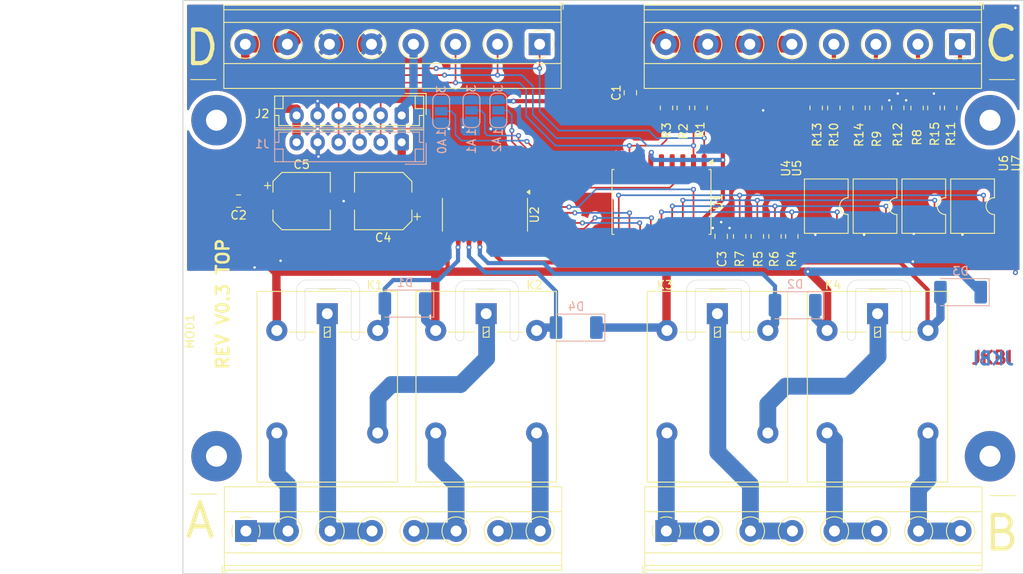
<source format=kicad_pcb>
(kicad_pcb (version 20241229) (generator "pcbnew") (generator_version "9.0")
  (title_block (title "Stairs LED contoller") (date "2024-08-18") (rev "${Revision}") (company "JKBI"))
  (layers (0 "F.Cu" signal) (2 "B.Cu" signal) (13 "F.Paste" user) (15 "B.Paste" user) (5 "F.SilkS" user "F.Silkscreen") (7 "B.SilkS" user "B.Silkscreen") (1 "F.Mask" user) (3 "B.Mask" user) (25 "Edge.Cuts" user))
  (property "Revision" "V0.3")
  (net 0 "")
  (net 1 "Net-(K1-Pad4)")
  (net 2 "GND")
  (net 3 "/nDOWN2")
  (net 4 "/L2")
  (net 5 "Net-(K3-Pad4)")
  (net 6 "/L1")
  (net 7 "/nDOWN1")
  (net 8 "/nUP2")
  (net 9 "/nUP1")
  (net 10 "VBUS")
  (net 11 "/L1-DOWN")
  (net 12 "/L1-UP")
  (net 13 "/L1-SW")
  (net 14 "/L2-DOWN")
  (net 15 "/L2-SW")
  (net 16 "/L2-UP")
  (net 19 "/DN1")
  (net 20 "/UP1")
  (net 21 "/DN2")
  (net 22 "/UP2")
  (net 25 "/SCL")
  (net 26 "/SDA")
  (net 27 "+3V3")
  (net 28 "/INT")
  (net 29 "/A0")
  (net 30 "/A1")
  (net 31 "/A2")
  (net 32 "/IN1_L")
  (net 33 "/IN2_L")
  (net 34 "/IN3_L")
  (net 35 "/IN4_L")
  (net 36 "/IN1_H")
  (net 37 "Net-(R8-Pad1)")
  (net 38 "Net-(R9-Pad1)")
  (net 39 "/IN2_H")
  (net 40 "Net-(R10-Pad1)")
  (net 41 "/IN4_H")
  (net 42 "Net-(R11-Pad1)")
  (net 43 "/IN3_H")
  (net 47 "Net-(R12-Pad1)")
  (net 48 "Net-(R13-Pad1)")
  (net 49 "Net-(R14-Pad1)")
  (net 50 "Net-(R15-Pad1)")
  (footprint "Resistor_SMD:R_0805_2012Metric" (layer "F.Cu") (at 169.5 91.2 90)
    (property "Reference" "R5")
    (property "Value" "4.7K")
  )
  (footprint "Resistor_SMD:R_0805_2012Metric" (layer "F.Cu") (at 183.6 75.9 90)
    (property "Reference" "R9")
    (property "Value" "2.2k")
  )
  (footprint "Resistor_SMD:R_0805_2012Metric" (layer "F.Cu") (at 160.7 75.9 -90)
    (property "Reference" "R2")
    (property "Value" "4.7K")
  )
  (footprint "Resistor_SMD:R_0805_2012Metric" (layer "F.Cu") (at 173.6 91.2 90)
    (property "Reference" "R4")
    (property "Value" "4.7K")
  )
  (footprint "Resistor_SMD:R_0805_2012Metric" (layer "F.Cu") (at 158.7 75.9 -90)
    (property "Reference" "R3")
    (property "Value" "4.7K")
  )
  (footprint "Package_DIP:SMDIP-4_W9.53mm" (layer "F.Cu") (at 177.7 87.6 -90)
    (property "Reference" "U4")
    (property "Value" "EL817")
  )
  (footprint "Package_DIP:SMDIP-4_W9.53mm" (layer "F.Cu") (at 183.5 87.6 -90)
    (property "Reference" "U5")
    (property "Value" "EL817")
  )
  (footprint "Relay_THT:Relay_SPDT_Omron-G5LE-1" (layer "F.Cu") (at 137.25 100.4)
    (property "Reference" "K2")
    (property "Value" "LEG-24")
  )
  (footprint "Resistor_SMD:R_0805_2012Metric" (layer "F.Cu") (at 181.6 75.9 90)
    (property "Reference" "R14")
    (property "Value" "2.2k")
  )
  (footprint "Package_SO:SOIC-16_3.9x9.9mm_P1.27mm" (layer "F.Cu") (at 137.105 88.625 -90)
    (property "Reference" "U2")
    (property "Value" "ULN2003A")
  )
  (footprint "Package_DIP:SMDIP-4_W9.53mm" (layer "F.Cu") (at 195.1 87.6 -90)
    (property "Reference" "U7")
    (property "Value" "EL817")
  )
  (footprint "Relay_THT:Relay_SPDT_Omron-G5LE-1" (layer "F.Cu") (at 183.8 100.4)
    (property "Reference" "K4")
    (property "Value" "LEG-24")
  )
  (footprint "Resistor_SMD:R_0805_2012Metric" (layer "F.Cu") (at 176.5 75.9 90)
    (property "Reference" "R13")
    (property "Value" "2.2k")
  )
  (footprint "Resistor_SMD:R_0805_2012Metric" (layer "F.Cu") (at 162.8 75.9 -90)
    (property "Reference" "R1")
    (property "Value" "4.7K")
  )
  (footprint "Resistor_SMD:R_0805_2012Metric" (layer "F.Cu") (at 178.6 75.9 90)
    (property "Reference" "R10")
    (property "Value" "2.2k")
  )
  (footprint "Package_DIP:SMDIP-4_W9.53mm" (layer "F.Cu") (at 189.3 87.6 -90)
    (property "Reference" "U6")
    (property "Value" "EL817")
  )
  (footprint "Resistor_SMD:R_0805_2012Metric" (layer "F.Cu") (at 186.2 75.8875 90)
    (property "Reference" "R12")
    (property "Value" "2.2k")
  )
  (footprint "Capacitor_SMD:C_0805_2012Metric" (layer "F.Cu") (at 154.4 74.1 90)
    (property "Reference" "C1")
    (property "Value" "100nF")
  )
  (footprint "Relay_THT:Relay_SPDT_Omron-G5LE-1" (layer "F.Cu") (at 118.35 100.4)
    (property "Reference" "K1")
    (property "Value" "LEG-24")
  )
  (footprint "Capacitor_SMD:CP_Elec_6.3x7.7" (layer "F.Cu") (at 125 87 180)
    (property "Reference" "C4")
    (property "Value" "100uF")
  )
  (footprint "Resistor_SMD:R_0805_2012Metric" (layer "F.Cu") (at 192.5 75.9 90)
    (property "Reference" "R11")
    (property "Value" "2.2k")
  )
  (footprint "kadex:ZD1006_narrow" (layer "F.Cu") (at 101.175 97.37)
    (property "Reference" "MOD1")
    (property "Value" "4x TerminalBlock_Phoenix_MKDS-1,5-8_1x08_P5.00mm + ZD1006")
    (fp_line (start 0 -34.25) (end 0 34) (stroke (width 0.12)) (layer "Edge.Cuts"))
    (fp_line (start 0 34) (end 100 34) (stroke (width 0.12)) (layer "Edge.Cuts"))
    (fp_line (start 100 -34.25) (end 0 -34.25) (stroke (width 0.12)) (layer "Edge.Cuts"))
    (fp_line (start 100 34) (end 100 -34.25) (stroke (width 0.12)) (layer "Edge.Cuts"))
  )
  (footprint "Resistor_SMD:R_0805_2012Metric" (layer "F.Cu") (at 188.5 75.9125 90)
    (property "Reference" "R8")
    (property "Value" "2.2k")
  )
  (footprint "Resistor_SMD:R_0805_2012Metric" (layer "F.Cu") (at 167.4 91.2 90)
    (property "Reference" "R7")
    (property "Value" "4.7K" (hide yes))
  )
  (footprint "Capacitor_SMD:C_0805_2012Metric" (layer "F.Cu") (at 107.8 87 180)
    (property "Reference" "C2")
    (property "Value" "100nF")
  )
  (footprint "Capacitor_SMD:CP_Elec_6.3x7.7" (layer "F.Cu") (at 115.3 87)
    (property "Reference" "C5")
    (property "Value" "100uF")
  )
  (footprint "Resistor_SMD:R_0805_2012Metric" (layer "F.Cu") (at 190.5 75.9 90)
    (property "Reference" "R15")
    (property "Value" "2.2k")
  )
  (footprint "Capacitor_SMD:C_0805_2012Metric" (layer "F.Cu") (at 165.2 91.2 90)
    (property "Reference" "C3")
    (property "Value" "100nF")
  )
  (footprint "Package_SO:SOIC-18W_7.5x11.6mm_P1.27mm" (layer "F.Cu") (at 158.1 87.1 -90)
    (property "Reference" "U1")
    (property "Value" "MCP23008-xP")
  )
  (footprint "Relay_THT:Relay_SPDT_Omron-G5LE-1" (layer "F.Cu") (at 164.75 100.4)
    (property "Reference" "K3")
    (property "Value" "LEG-24")
  )
  (footprint "Resistor_SMD:R_0805_2012Metric" (layer "F.Cu") (at 171.6 91.2 90)
    (property "Reference" "R6")
    (property "Value" "4.7K")
  )
  (footprint "Connector_JST:JST_EH_B6B-EH-A_1x06_P2.50mm_Vertical" (layer "F.Cu") (at 127.2 76.8 180)
    (property "Reference" "J2")
    (property "Value" "Conn_01x05_Pin")
  )
  (footprint "Jumper:SolderJumper-3_P1.3mm_Open_RoundedPad1.0x1.5mm_NumberLabels" (layer "B.Cu") (at 135.5 76.2 90)
    (property "Reference" "A1")
    (property "Value" "SolderJumper_3_Open")
  )
  (footprint "Diode_SMD:D_MELF" (layer "B.Cu") (at 127.6 99.2 180)
    (property "Reference" "D1")
    (property "Value" "SM4007")
  )
  (footprint "Jumper:SolderJumper-3_P1.3mm_Open_RoundedPad1.0x1.5mm_NumberLabels" (layer "B.Cu") (at 131.9 76.3 90)
    (property "Reference" "A0")
    (property "Value" "SolderJumper_3_Open")
  )
  (footprint "Diode_SMD:D_MELF" (layer "B.Cu") (at 193.675 97.84 180)
    (property "Reference" "D3")
    (property "Value" "SM4007")
  )
  (footprint "Diode_SMD:D_MELF" (layer "B.Cu") (at 147.955 102.055 180)
    (property "Reference" "D4")
    (property "Value" "SM4007")
  )
  (footprint "Connector_JST:JST_EH_B6B-EH-A_1x06_P2.50mm_Vertical" (layer "B.Cu") (at 127.2 80 180)
    (property "Reference" "J1")
    (property "Value" "Conn_01x05_Pin")
  )
  (footprint "Jumper:SolderJumper-3_P1.3mm_Open_RoundedPad1.0x1.5mm_NumberLabels" (layer "B.Cu") (at 138.7 76.2 90)
    (property "Reference" "A2")
    (property "Value" "SolderJumper_3_Open")
  )
  (footprint "Diode_SMD:D_MELF" (layer "B.Cu") (at 174 99.4 180)
    (property "Reference" "D2")
    (property "Value" "SM4007")
  )
  (gr_arc (start 139.9 96.448528) (mid 140.748518 96.800002) (end 141.1 97.648528) (stroke (width 0.05)) (layer "Edge.Cuts"))
  (gr_arc (start 167.4 96.4) (mid 168.248518 96.751474) (end 168.6 97.6) (stroke (width 0.05)) (layer "Edge.Cuts"))
  (gr_arc (start 168.6 103.1) (mid 168.1 103.6) (end 167.6 103.1) (stroke (width 0.05)) (layer "Edge.Cuts"))
  (gr_line (start 187.7 103.1) (end 187.7 97.6) (stroke (width 0.05)) (layer "Edge.Cuts"))
  (gr_line (start 161.1 103.1) (end 161.1 97.6) (stroke (width 0.05)) (layer "Edge.Cuts"))
  (gr_line (start 134.6 103.148528) (end 134.6 97.648528) (stroke (width 0.05)) (layer "Edge.Cuts"))
  (gr_arc (start 122.2 103.1) (mid 121.7 103.6) (end 121.2 103.1) (stroke (width 0.05)) (layer "Edge.Cuts"))
  (gr_line (start 122.2 103.1) (end 122.2 97.6) (stroke (width 0.05)) (layer "Edge.Cuts"))
  (gr_line (start 134.8 96.448528) (end 139.9 96.448528) (stroke (width 0.05)) (layer "Edge.Cuts"))
  (gr_line (start 162.3 97.4) (end 167.4 97.4) (stroke (width 0.05)) (layer "Edge.Cuts"))
  (gr_line (start 141.1 103.148528) (end 141.1 97.648528) (stroke (width 0.05)) (layer "Edge.Cuts"))
  (gr_arc (start 181.2 103.1) (mid 180.7 103.6) (end 180.2 103.1) (stroke (width 0.05)) (layer "Edge.Cuts"))
  (gr_arc (start 121 96.4) (mid 121.848518 96.751474) (end 122.2 97.6) (stroke (width 0.05)) (layer "Edge.Cuts"))
  (gr_line (start 181.4 97.4) (end 186.5 97.4) (stroke (width 0.05)) (layer "Edge.Cuts"))
  (gr_arc (start 162.1 97.6) (mid 162.158569 97.458561) (end 162.3 97.4) (stroke (width 0.05)) (layer "Edge.Cuts"))
  (gr_arc (start 133.6 97.648528) (mid 133.951462 96.799982) (end 134.8 96.448528) (stroke (width 0.05)) (layer "Edge.Cuts"))
  (gr_line (start 121.2 103.1) (end 121.2 97.6) (stroke (width 0.05)) (layer "Edge.Cuts"))
  (gr_arc (start 187.7 103.1) (mid 187.2 103.6) (end 186.7 103.1) (stroke (width 0.05)) (layer "Edge.Cuts"))
  (gr_line (start 115.9 97.4) (end 121 97.4) (stroke (width 0.05)) (layer "Edge.Cuts"))
  (gr_line (start 115.7 103.1) (end 115.7 97.6) (stroke (width 0.05)) (layer "Edge.Cuts"))
  (gr_arc (start 167.4 97.4) (mid 167.541411 97.45858) (end 167.6 97.6) (stroke (width 0.05)) (layer "Edge.Cuts"))
  (gr_arc (start 141.1 103.148528) (mid 140.6 103.648528) (end 140.1 103.148528) (stroke (width 0.05)) (layer "Edge.Cuts"))
  (gr_line (start 186.7 103.1) (end 186.7 97.6) (stroke (width 0.05)) (layer "Edge.Cuts"))
  (gr_arc (start 180.2 97.6) (mid 180.551462 96.751454) (end 181.4 96.4) (stroke (width 0.05)) (layer "Edge.Cuts"))
  (gr_line (start 134.8 97.448528) (end 139.9 97.448528) (stroke (width 0.05)) (layer "Edge.Cuts"))
  (gr_arc (start 181.2 97.6) (mid 181.258569 97.458561) (end 181.4 97.4) (stroke (width 0.05)) (layer "Edge.Cuts"))
  (gr_arc (start 186.5 97.4) (mid 186.641411 97.45858) (end 186.7 97.6) (stroke (width 0.05)) (layer "Edge.Cuts"))
  (gr_arc (start 162.1 103.1) (mid 161.6 103.6) (end 161.1 103.1) (stroke (width 0.05)) (layer "Edge.Cuts"))
  (gr_arc (start 139.9 97.448528) (mid 140.041411 97.507108) (end 140.1 97.648528) (stroke (width 0.05)) (layer "Edge.Cuts"))
  (gr_arc (start 115.7 103.1) (mid 115.2 103.6) (end 114.7 103.1) (stroke (width 0.05)) (layer "Edge.Cuts"))
  (gr_arc (start 186.5 96.4) (mid 187.348518 96.751474) (end 187.7 97.6) (stroke (width 0.05)) (layer "Edge.Cuts"))
  (gr_line (start 180.2 103.1) (end 180.2 97.6) (stroke (width 0.05)) (layer "Edge.Cuts"))
  (gr_line (start 162.1 103.1) (end 162.1 97.6) (stroke (width 0.05)) (layer "Edge.Cuts"))
  (gr_arc (start 134.6 97.648528) (mid 134.658569 97.507089) (end 134.8 97.448528) (stroke (width 0.05)) (layer "Edge.Cuts"))
  (gr_line (start 115.9 96.4) (end 121 96.4) (stroke (width 0.05)) (layer "Edge.Cuts"))
  (gr_arc (start 121 97.4) (mid 121.141411 97.45858) (end 121.2 97.6) (stroke (width 0.05)) (layer "Edge.Cuts"))
  (gr_line (start 140.1 103.148528) (end 140.1 97.648528) (stroke (width 0.05)) (layer "Edge.Cuts"))
  (gr_line (start 181.2 103.1) (end 181.2 97.6) (stroke (width 0.05)) (layer "Edge.Cuts"))
  (gr_line (start 114.7 103.1) (end 114.7 97.6) (stroke (width 0.05)) (layer "Edge.Cuts"))
  (gr_line (start 168.6 103.1) (end 168.6 97.6) (stroke (width 0.05)) (layer "Edge.Cuts"))
  (gr_line (start 162.3 96.4) (end 167.4 96.4) (stroke (width 0.05)) (layer "Edge.Cuts"))
  (gr_line (start 167.6 103.1) (end 167.6 97.6) (stroke (width 0.05)) (layer "Edge.Cuts"))
  (gr_arc (start 161.1 97.6) (mid 161.451462 96.751454) (end 162.3 96.4) (stroke (width 0.05)) (layer "Edge.Cuts"))
  (gr_arc (start 134.6 103.148528) (mid 134.1 103.648528) (end 133.6 103.148528) (stroke (width 0.05)) (layer "Edge.Cuts"))
  (gr_line (start 181.4 96.4) (end 186.5 96.4) (stroke (width 0.05)) (layer "Edge.Cuts"))
  (gr_arc (start 115.7 97.6) (mid 115.758569 97.458561) (end 115.9 97.4) (stroke (width 0.05)) (layer "Edge.Cuts"))
  (gr_arc (start 114.7 97.6) (mid 115.051462 96.751454) (end 115.9 96.4) (stroke (width 0.05)) (layer "Edge.Cuts"))
  (gr_line (start 133.6 103.148528) (end 133.6 97.648528) (stroke (width 0.05)) (layer "Edge.Cuts"))
  (gr_text "JKBI" (at 194.8 106.52 0) (layer "F.Cu") (effects (font (size 1.5 1.5) (thickness 0.3) (bold yes)) (justify left bottom)))
  (gr_text "JKBI" (at 200.2 106.62 0) (layer "B.Cu") (effects (font (size 1.5 1.5) (thickness 0.3) (bold yes)) (justify left bottom mirror)))
  (gr_text "REV ${Revision} TOP" (at 106.8 107.2 90) (layer "F.SilkS") (effects (font (size 1.5 1.5) (thickness 0.3) (bold yes)) (justify left bottom)))
  (segment (start 124.4 114.55) (end 124.4 110.4) (width 2) (layer "B.Cu") (net 1))
  (segment (start 125.965 108.835) (end 134.19 108.835) (width 2) (layer "B.Cu") (net 1))
  (segment (start 137.3 105.725) (end 137.3 100.45) (width 2) (layer "B.Cu") (net 1))
  (segment (start 124.35 114.6) (end 124.4 114.55) (width 2) (layer "B.Cu") (net 1))
  (segment (start 124.4 110.4) (end 125.965 108.835) (width 2) (layer "B.Cu") (net 1))
  (segment (start 134.19 108.835) (end 137.3 105.725) (width 2) (layer "B.Cu") (net 1))
  (segment (start 117.2 75.1) (end 117.2 81.6) (width 0.5) (layer "F.Cu") (net 2))
  (segment (start 117.2 81.6) (end 117.3 81.7) (width 0.5) (layer "F.Cu") (net 2))
  (segment (start 186.2 74.2) (end 186.2 74.975) (width 0.5) (layer "F.Cu") (net 2))
  (segment (start 185.2 75) (end 187.2 75) (width 0.5) (layer "F.Cu") (net 2))
  (segment (start 118.606 68.325) (end 123.606 68.325) (width 2) (layer "F.Cu") (net 2))
  (segment (start 182.23 92.365) (end 182.23 91.03) (width 0.5) (layer "F.Cu") (net 2))
  (segment (start 176.43 92.365) (end 176.43 91.03) (width 0.5) (layer "F.Cu") (net 2))
  (segment (start 193.83 91.07) (end 193.9 91) (width 0.5) (layer "F.Cu") (net 2))
  (segment (start 165.2 90.25) (end 165.2 89.5) (width 0.5) (layer "F.Cu") (net 2))
  (segment (start 182.23 91.03) (end 182.2 91) (width 0.5) (layer "F.Cu") (net 2))
  (segment (start 188.03 90.97) (end 188.1 90.9) (width 0.5) (layer "F.Cu") (net 2))
  (segment (start 190.5 74.9875) (end 190.5 74.2) (width 0.5) (layer "F.Cu") (net 2))
  (segment (start 193.83 92.365) (end 193.83 91.07) (width 0.5) (layer "F.Cu") (net 2))
  (segment (start 164.2 90.2) (end 166.2 90.2) (width 0.5) (layer "F.Cu") (net 2))
  (segment (start 118 87) (end 120.3 87) (width 1) (layer "F.Cu") (net 2))
  (segment (start 176.43 91.03) (end 176.4 91) (width 0.5) (layer "F.Cu") (net 2))
  (segment (start 188.03 92.365) (end 188.03 90.97) (width 0.5) (layer "F.Cu") (net 2))
  (segment (start 120.3 87) (end 122.3 87) (width 1) (layer "F.Cu") (net 2))
  (via (at 200.2 64) (size 0.6) (drill 0.3) (layers "F.Cu" "B.Cu") (net 2))
  (via (at 112.8 94.1) (size 0.6) (drill 0.3) (layers "F.Cu" "B.Cu") (net 2))
  (via (at 134.5 78.2) (size 0.6) (drill 0.3) (layers "F.Cu" "B.Cu") (net 2))
  (via (at 170.2 76.2) (size 0.6) (drill 0.3) (layers "F.Cu" "B.Cu") (net 2))
  (via (at 137.8 78.4) (size 0.6) (drill 0.3) (layers "F.Cu" "B.Cu") (net 2))
  (via (at 120.3 87) (size 0.6) (drill 0.3) (layers "F.Cu" "B.Cu") (net 2))
  (via (at 188.1 90.9) (size 0.6) (drill 0.3) (layers "F.Cu" "B.Cu") (net 2))
  (via (at 164.2 90.2) (size 0.6) (drill 0.3) (layers "F.Cu" "B.Cu") (net 2))
  (via (at 193.9 91) (size 0.6) (drill 0.3) (layers "F.Cu" "B.Cu") (net 2))
  (via (at 109.7 94.9) (size 0.6) (drill 0.3) (layers "F.Cu" "B.Cu") (net 2))
  (via (at 117.2 78.4) (size 0.6) (drill 0.3) (layers "F.Cu" "B.Cu") (net 2))
  (via (at 187.2 75) (size 0.6) (drill 0.3) (layers "F.Cu" "B.Cu") (net 2))
  (via (at 117.3 81.7) (size 0.6) (drill 0.3) (layers "F.Cu" "B.Cu") (net 2))
  (via (at 176.4 91) (size 0.6) (drill 0.3) (layers "F.Cu" "B.Cu") (net 2))
  (via (at 166.2 90.2) (size 0.6) (drill 0.3) (layers "F.Cu" "B.Cu") (net 2))
  (via (at 185.2 75) (size 0.6) (drill 0.3) (layers "F.Cu" "B.Cu") (net 2))
  (via (at 117.2 75.1) (size 0.6) (drill 0.3) (layers "F.Cu" "B.Cu") (net 2))
  (via (at 182.2 91) (size 0.6) (drill 0.3) (layers "F.Cu" "B.Cu") (net 2))
  (via (at 188 94.2) (size 0.6) (drill 0.3) (layers "F.Cu" "B.Cu") (net 2))
  (via (at 200.2 95.5) (size 0.6) (drill 0.3) (layers "F.Cu" "B.Cu") (net 2))
  (via (at 165.2 89.5) (size 0.6) (drill 0.3) (layers "F.Cu" "B.Cu") (net 2))
  (via (at 132.8 78.4) (size 0.6) (drill 0.3) (layers "F.Cu" "B.Cu") (net 2))
  (via (at 190.5 74.2) (size 0.6) (drill 0.3) (layers "F.Cu" "B.Cu") (net 2))
  (via (at 186.2 74.2) (size 0.6) (drill 0.3) (layers "F.Cu" "B.Cu") (net 2))
  (segment (start 136.5 92.5) (end 136.47 92.47) (width 0.5) (layer "F.Cu") (net 3))
  (segment (start 136.47 92.47) (end 136.47 91.1) (width 0.5) (layer "F.Cu") (net 3))
  (via (at 136.5 92.5) (size 0.6) (drill 0.3) (layers "F.Cu" "B.Cu") (net 3))
  (segment (start 171.6 101.55) (end 170.75 102.4) (width 1) (layer "B.Cu") (net 3))
  (segment (start 145.365 95.65) (end 170.13 95.65) (width 0.5) (layer "B.Cu") (net 3))
  (segment (start 171.6 99.515) (end 171.6 101.55) (width 1) (layer "B.Cu") (net 3))
  (segment (start 144.095 94.38) (end 145.365 95.65) (width 0.5) (layer "B.Cu") (net 3))
  (segment (start 136.5 92.5) (end 136.5 93.4) (width 0.5) (layer "B.Cu") (net 3))
  (segment (start 136.5 93.4) (end 137.48 94.38) (width 0.5) (layer "B.Cu") (net 3))
  (segment (start 137.48 94.38) (end 144.095 94.38) (width 0.5) (layer "B.Cu") (net 3))
  (segment (start 171.6 97.12) (end 171.6 99.515) (width 0.5) (layer "B.Cu") (net 3))
  (segment (start 170.13 95.65) (end 171.6 97.12) (width 0.5) (layer "B.Cu") (net 3))
  (segment (start 164.8 100.45) (end 164.8 116.9) (width 2) (layer "B.Cu") (net 4))
  (segment (start 173.675 126.27) (end 168.675 126.27) (width 2) (layer "B.Cu") (net 4))
  (segment (start 164.75 100.4) (end 164.8 100.45) (width 2) (layer "B.Cu") (net 4))
  (segment (start 164.8 116.9) (end 168.675 120.775) (width 2) (layer "B.Cu") (net 4))
  (segment (start 168.675 120.775) (end 168.675 126.27) (width 2) (layer "B.Cu") (net 4))
  (segment (start 170.75 114.6) (end 170.75 111.15) (width 2) (layer "B.Cu") (net 5))
  (segment (start 183.85 105.53) (end 183.85 100.45) (width 2) (layer "B.Cu") (net 5))
  (segment (start 170.75 111.15) (end 172.865 109.035) (width 2) (layer "B.Cu") (net 5))
  (segment (start 180.345 109.035) (end 183.85 105.53) (width 2) (layer "B.Cu") (net 5))
  (segment (start 172.865 109.035) (end 180.345 109.035) (width 2) (layer "B.Cu") (net 5))
  (segment (start 118.675 126.27) (end 118.4 125.995) (width 2) (layer "B.Cu") (net 6))
  (segment (start 118.4 100.45) (end 118.35 100.4) (width 2) (layer "B.Cu") (net 6))
  (segment (start 118.4 125.995) (end 118.4 100.45) (width 2) (layer "B.Cu") (net 6))
  (segment (start 118.675 126.27) (end 123.675 126.27) (width 2) (layer "B.Cu") (net 6))
  (segment (start 133.93 92.47) (end 133.93 91.1) (width 0.5) (layer "F.Cu") (net 7))
  (segment (start 133.9 92.5) (end 133.93 92.47) (width 0.5) (layer "F.Cu") (net 7))
  (via (at 133.9 92.5) (size 0.6) (drill 0.3) (layers "F.Cu" "B.Cu") (net 7))
  (segment (start 133.9 92.5) (end 133.9 94.1) (width 0.5) (layer "B.Cu") (net 7))
  (segment (start 125.235 99.515) (end 125.235 101.515) (width 1) (layer "B.Cu") (net 7))
  (segment (start 131.6 96.4) (end 126.2 96.4) (width 0.5) (layer "B.Cu") (net 7))
  (segment (start 125.235 101.515) (end 124.35 102.4) (width 1) (layer "B.Cu") (net 7))
  (segment (start 126.2 96.4) (end 125.185 97.415) (width 0.5) (layer "B.Cu") (net 7))
  (segment (start 125.235 98.385) (end 125.235 99.515) (width 0.5) (layer "B.Cu") (net 7))
  (segment (start 125.185 97.415) (end 125.185 98.33) (width 0.5) (layer "B.Cu") (net 7))
  (segment (start 133.9 94.1) (end 131.6 96.4) (width 0.5) (layer "B.Cu") (net 7))
  (segment (start 139.2 94.3) (end 186.5 94.3) (width 0.5) (layer "F.Cu") (net 8))
  (segment (start 137.74 91.1) (end 137.74 92.84) (width 0.5) (layer "F.Cu") (net 8))
  (segment (start 137.74 92.84) (end 139.2 94.3) (width 0.5) (layer "F.Cu") (net 8))
  (segment (start 189.75 97.55) (end 189.75 102.295) (width 0.5) (layer "F.Cu") (net 8))
  (segment (start 186.5 94.3) (end 189.75 97.55) (width 0.5) (layer "F.Cu") (net 8))
  (segment (start 191.275 97.84) (end 191.275 100.925) (width 1) (layer "B.Cu") (net 8))
  (segment (start 191.275 100.925) (end 189.8 102.4) (width 1) (layer "B.Cu") (net 8))
  (segment (start 135.2 92.5) (end 135.2 91.1) (width 0.5) (layer "F.Cu") (net 9))
  (via (at 135.2 92.5) (size 0.6) (drill 0.3) (layers "F.Cu" "B.Cu") (net 9))
  (segment (start 143.31 95.5) (end 145.505 97.695) (width 0.5) (layer "B.Cu") (net 9))
  (segment (start 137.1 95.5) (end 143.31 95.5) (width 0.5) (layer "B.Cu") (net 9))
  (segment (start 135.2 92.5) (end 135.2 93.6) (width 0.5) (layer "B.Cu") (net 9))
  (segment (start 143.595 102.055) (end 143.25 102.4) (width 1) (layer "B.Cu") (net 9))
  (segment (start 135.2 93.6) (end 137.1 95.5) (width 0.5) (layer "B.Cu") (net 9))
  (segment (start 145.555 97.75) (end 145.555 102.055) (width 0.5) (layer "B.Cu") (net 9))
  (segment (start 145.555 102.055) (end 143.595 102.055) (width 1) (layer "B.Cu") (net 9))
  (segment (start 175.5 95.4) (end 175.645 95.4) (width 1) (layer "F.Cu") (net 10))
  (segment (start 112.3 95.544196) (end 112.445 95.399196) (width 1) (layer "F.Cu") (net 10))
  (segment (start 177.8 97.61) (end 177.8 102.4) (width 1) (layer "F.Cu") (net 10))
  (segment (start 110.4 76) (end 114.7 76) (width 1) (layer "F.Cu") (net 10))
  (segment (start 112.3 95.544196) (end 110.4 93.644196) (width 1) (layer "F.Cu") (net 10))
  (segment (start 132.6 95.4) (end 131.055804 95.4) (width 1) (layer "F.Cu") (net 10))
  (segment (start 131.055804 95.4) (end 131.2 95.544196) (width 1) (layer "F.Cu") (net 10))
  (segment (start 155.281 65) (end 116.931 65) (width 2) (layer "F.Cu") (net 10))
  (segment (start 112.445 95.399196) (end 118.9 95.399196) (width 1) (layer "F.Cu") (net 10))
  (segment (start 113.606 68.325) (end 108.606 68.325) (width 2) (layer "F.Cu") (net 10))
  (segment (start 108.606 71.906) (end 108.606 68.325) (width 1) (layer "F.Cu") (net 10))
  (segment (start 116.931 65) (end 113.606 68.325) (width 2) (layer "F.Cu") (net 10))
  (segment (start 173.606 68.325) (end 158.606 68.325) (width 2) (layer "F.Cu") (net 10))
  (segment (start 110.4 76) (end 110.4 73.7) (width 1) (layer "F.Cu") (net 10))
  (segment (start 132.66 91.1) (end 132.66 95.34) (width 0.5) (layer "F.Cu") (net 10))
  (segment (start 158.75 102.4) (end 158.8 102.35) (width 1) (layer "F.Cu") (net 10))
  (segment (start 175.645 95.4) (end 177.75 97.505) (width 1) (layer "F.Cu") (net 10))
  (segment (start 110.4 73.7) (end 108.606 71.906) (width 1) (layer "F.Cu") (net 10))
  (segment (start 158.7 95.65) (end 158.7 102.345) (width 1) (layer "F.Cu") (net 10))
  (segment (start 132.66 95.34) (end 132.6 95.4) (width 0.5) (layer "F.Cu") (net 10))
  (segment (start 112.6 87) (end 108.75 87) (width 1) (layer "F.Cu") (net 10))
  (segment (start 131.055 95.399196) (end 131.2 95.544196) (width 1) (layer "F.Cu") (net 10))
  (segment (start 118.9 95.399196) (end 131.055 95.399196) (width 1) (layer "F.Cu") (net 10))
  (segment (start 158.606 68.325) (end 155.281 65) (width 2) (layer "F.Cu") (net 10))
  (segment (start 131.2 95.544196) (end 131.2 102.345) (width 1) (layer "F.Cu") (net 10))
  (segment (start 114.7 76) (end 114.7 79) (width 1) (layer "F.Cu") (net 10))
  (segment (start 112.35 102.4) (end 112.35 97.655) (width 1) (layer "F.Cu") (net 10))
  (segment (start 110.4 93.644196) (end 110.4 76) (width 1) (layer "F.Cu") (net 10))
  (segment (start 175.5 95.4) (end 132.6 95.4) (width 1) (layer "F.Cu") (net 10))
  (segment (start 112.3 97.6) (end 112.3 95.544196) (width 1) (layer "F.Cu") (net 10))
  (via (at 175.5 95.4) (size 0.6) (drill 0.3) (layers "F.Cu" "B.Cu") (net 10))
  (segment (start 130 99.2) (end 130 101.15) (width 1) (layer "B.Cu") (net 10))
  (segment (start 175.5 95.4) (end 193.635 95.4) (width 1) (layer "B.Cu") (net 10))
  (segment (start 158.405 102.055) (end 158.75 102.4) (width 1) (layer "B.Cu") (net 10))
  (segment (start 130 101.15) (end 131.25 102.4) (width 1) (layer "B.Cu") (net 10))
  (segment (start 193.635 95.4) (end 196.075 97.84) (width 1) (layer "B.Cu") (net 10))
  (segment (start 176.4 101) (end 177.8 102.4) (width 1) (layer "B.Cu") (net 10))
  (segment (start 150.355 102.055) (end 158.405 102.055) (width 1) (layer "B.Cu") (net 10))
  (segment (start 112.35 114.6) (end 112.4 114.65) (width 2) (layer "B.Cu") (net 11))
  (segment (start 108.675 126.27) (end 113.675 126.27) (width 2) (layer "B.Cu") (net 11))
  (segment (start 113.7 120.835) (end 113.7 126.245) (width 2) (layer "B.Cu") (net 11))
  (segment (start 113.7 126.245) (end 113.675 126.27) (width 2) (layer "B.Cu") (net 11))
  (segment (start 112.4 119.535) (end 113.7 120.835) (width 2) (layer "B.Cu") (net 11))
  (segment (start 112.4 114.65) (end 112.4 119.535) (width 2) (layer "B.Cu") (net 11))
  (segment (start 131.25 114.6) (end 131.3 114.65) (width 2) (layer "B.Cu") (net 12))
  (segment (start 131.3 114.65) (end 131.3 118.335) (width 2) (layer "B.Cu") (net 12))
  (segment (start 131.3 118.335) (end 133.675 120.71) (width 2) (layer "B.Cu") (net 12))
  (segment (start 128.675 126.27) (end 133.675 126.27) (width 2) (layer "B.Cu") (net 12))
  (segment (start 133.675 120.71) (end 133.675 126.27) (width 2) (layer "B.Cu") (net 12))
  (segment (start 143.675 115.025) (end 143.675 126.27) (width 2) (layer "B.Cu") (net 13))
  (segment (start 138.675 126.27) (end 143.675 126.27) (width 2) (layer "B.Cu") (net 13))
  (segment (start 143.25 114.6) (end 143.675 115.025) (width 2) (layer "B.Cu") (net 13))
  (segment (start 158.675 126.27) (end 163.675 126.27) (width 2) (layer "B.Cu") (net 14))
  (segment (start 158.75 114.6) (end 158.675 114.675) (width 2) (layer "B.Cu") (net 14))
  (segment (start 158.675 114.675) (end 158.675 126.27) (width 2) (layer "B.Cu") (net 14))
  (segment (start 188.675 121.26) (end 188.675 126.27) (width 2) (layer "B.Cu") (net 15))
  (segment (start 189.8 114.6) (end 189.8 120.135) (width 2) (layer "B.Cu") (net 15))
  (segment (start 189.8 120.135) (end 188.675 121.26) (width 2) (layer "B.Cu") (net 15))
  (segment (start 188.675 126.27) (end 193.675 126.27) (width 2) (layer "B.Cu") (net 15))
  (segment (start 178.675 126.27) (end 183.675 126.27) (width 2) (layer "B.Cu") (net 16))
  (segment (start 177.8 114.6) (end 177.8 114.37) (width 2) (layer "B.Cu") (net 16))
  (segment (start 177.8 114.37) (end 177.85 114.32) (width 2) (layer "B.Cu") (net 16))
  (segment (start 177.8 114.6) (end 178.675 115.475) (width 2) (layer "B.Cu") (net 16))
  (segment (start 178.675 115.475) (end 178.675 126.27) (width 2) (layer "B.Cu") (net 16))
  (segment (start 135.7 89.5) (end 133.93 87.73) (width 0.2) (layer "F.Cu") (net 19))
  (segment (start 156.83 91.75) (end 156.83 89.07) (width 0.2) (layer "F.Cu") (net 19))
  (segment (start 150.2 89) (end 148.9 90.3) (width 0.2) (layer "F.Cu") (net 19))
  (segment (start 133.93 87.73) (end 133.93 86.15) (width 0.2) (layer "F.Cu") (net 19))
  (segment (start 156.83 89.07) (end 156.9 89) (width 0.2) (layer "F.Cu") (net 19))
  (segment (start 145.9 89.5) (end 135.7 89.5) (width 0.2) (layer "F.Cu") (net 19))
  (segment (start 148.9 90.3) (end 146.7 90.3) (width 0.2) (layer "F.Cu") (net 19))
  (segment (start 146.7 90.3) (end 145.9 89.5) (width 0.2) (layer "F.Cu") (net 19))
  (via (at 150.2 89) (size 0.6) (drill 0.3) (layers "F.Cu" "B.Cu") (net 19))
  (via (at 156.9 89) (size 0.6) (drill 0.3) (layers "F.Cu" "B.Cu") (net 19))
  (segment (start 156.9 89) (end 150.2 89) (width 0.2) (layer "B.Cu") (net 19))
  (segment (start 148.7 89.6) (end 146.9 89.6) (width 0.2) (layer "F.Cu") (net 20))
  (segment (start 135.2 87.6) (end 135.2 86.15) (width 0.2) (layer "F.Cu") (net 20))
  (segment (start 146.3 89) (end 136.6 89) (width 0.2) (layer "F.Cu") (net 20))
  (segment (start 146.9 89.6) (end 146.3 89) (width 0.2) (layer "F.Cu") (net 20))
  (segment (start 155.56 89.66) (end 155.5 89.6) (width 0.2) (layer "F.Cu") (net 20))
  (segment (start 136.6 89) (end 135.2 87.6) (width 0.2) (layer "F.Cu") (net 20))
  (segment (start 155.56 91.75) (end 155.56 89.66) (width 0.2) (layer "F.Cu") (net 20))
  (via (at 148.7 89.6) (size 0.6) (drill 0.3) (layers "F.Cu" "B.Cu") (net 20))
  (via (at 155.5 89.6) (size 0.6) (drill 0.3) (layers "F.Cu" "B.Cu") (net 20))
  (segment (start 155.5 89.6) (end 148.7 89.6) (width 0.2) (layer "B.Cu") (net 20))
  (segment (start 136.47 87.47) (end 136.47 86.15) (width 0.2) (layer "F.Cu") (net 21))
  (segment (start 137.4 88.4) (end 136.47 87.47) (width 0.2) (layer "F.Cu") (net 21))
  (segment (start 154.29 91.75) (end 154.29 88.41) (width 0.2) (layer "F.Cu") (net 21))
  (segment (start 154.29 88.41) (end 154.3 88.4) (width 0.2) (layer "F.Cu") (net 21))
  (segment (start 147.8 88.4) (end 137.4 88.4) (width 0.2) (layer "F.Cu") (net 21))
  (via (at 147.8 88.4) (size 0.6) (drill 0.3) (layers "F.Cu" "B.Cu") (net 21))
  (via (at 154.3 88.4) (size 0.6) (drill 0.3) (layers "F.Cu" "B.Cu") (net 21))
  (segment (start 147.8 88.4) (end 154.3 88.4) (width 0.2) (layer "B.Cu") (net 21))
  (segment (start 137.74 86.94) (end 138.5 87.7) (width 0.2) (layer "F.Cu") (net 22))
  (segment (start 137.74 86.15) (end 137.74 86.94) (width 0.2) (layer "F.Cu") (net 22))
  (segment (start 161.9 85.6) (end 161.91 85.61) (width 0.2) (layer "F.Cu") (net 22))
  (segment (start 161.91 85.61) (end 161.91 91.75) (width 0.2) (layer "F.Cu") (net 22))
  (segment (start 138.5 87.7) (end 147.1 87.7) (width 0.2) (layer "F.Cu") (net 22))
  (via (at 147.1 87.7) (size 0.6) (drill 0.3) (layers "F.Cu" "B.Cu") (net 22))
  (via (at 161.9 85.6) (size 0.6) (drill 0.3) (layers "F.Cu" "B.Cu") (net 22))
  (segment (start 161.9 85.6) (end 150.3 85.6) (width 0.2) (layer "B.Cu") (net 22))
  (segment (start 148.2 87.7) (end 147.1 87.7) (width 0.2) (layer "B.Cu") (net 22))
  (segment (start 150.3 85.6) (end 149.8 86.1) (width 0.2) (layer "B.Cu") (net 22))
  (segment (start 149.8 86.1) (end 148.2 87.7) (width 0.2) (layer "B.Cu") (net 22))
  (segment (start 119.7 76) (end 119.7 79) (width 0.2) (layer "F.Cu") (net 25))
  (segment (start 119.7 76) (end 119.7 75) (width 0.2) (layer "F.Cu") (net 25))
  (segment (start 163.18 82.45) (end 163.18 79.5) (width 0.2) (layer "F.Cu") (net 25))
  (segment (start 119.7 75) (end 123.5 71.2) (width 0.2) (layer "F.Cu") (net 25))
  (segment (start 163.18 79.5) (end 163.18 78.38) (width 0.2) (layer "F.Cu") (net 25))
  (segment (start 163.18 78.38) (end 162.8 78) (width 0.2) (layer "F.Cu") (net 25))
  (segment (start 123.5 71.2) (end 131.3 71.2) (width 0.2) (layer "F.Cu") (net 25))
  (segment (start 143.606 68.325) (end 143.606 71.2) (width 0.2) (layer "F.Cu") (net 25))
  (segment (start 162.8 78) (end 162.8 76.8125) (width 0.2) (layer "F.Cu") (net 25))
  (via (at 143.606 71.2) (size 0.6) (drill 0.3) (layers "F.Cu" "B.Cu") (net 25))
  (via (at 163.18 79.5) (size 0.6) (drill 0.3) (layers "F.Cu" "B.Cu") (net 25))
  (via (at 131.3 71.2) (size 0.6) (drill 0.3) (layers "F.Cu" "B.Cu") (net 25))
  (segment (start 143.606 76.306) (end 143.606 71.2) (width 0.2) (layer "B.Cu") (net 25))
  (segment (start 131.3 71.2) (end 143.606 71.2) (width 0.2) (layer "B.Cu") (net 25))
  (segment (start 157.5 79.5) (end 156.6 78.6) (width 0.2) (layer "B.Cu") (net 25))
  (segment (start 163.18 79.5) (end 157.5 79.5) (width 0.2) (layer "B.Cu") (net 25))
  (segment (start 156.6 78.6) (end 145.9 78.6) (width 0.2) (layer "B.Cu") (net 25))
  (segment (start 145.9 78.6) (end 143.606 76.306) (width 0.2) (layer "B.Cu") (net 25))
  (segment (start 138.606 68.325) (end 138.606 72) (width 0.2) (layer "F.Cu") (net 26))
  (segment (start 122.2 76) (end 122.2 74.5) (width 0.2) (layer "F.Cu") (net 26))
  (segment (start 122.2 76) (end 122.2 79) (width 0.2) (layer "F.Cu") (net 26))
  (segment (start 161.91 80.4) (end 161.91 78.81) (width 0.2) (layer "F.Cu") (net 26))
  (segment (start 161.91 80.4) (end 161.91 82.45) (width 0.2) (layer "F.Cu") (net 26))
  (segment (start 160.7 77.6) (end 160.7 76.8125) (width 0.2) (layer "F.Cu") (net 26))
  (segment (start 124.7 72) (end 132.3 72) (width 0.2) (layer "F.Cu") (net 26))
  (segment (start 161.91 78.81) (end 160.7 77.6) (width 0.2) (layer "F.Cu") (net 26))
  (segment (start 122.2 74.5) (end 124.7 72) (width 0.2) (layer "F.Cu") (net 26))
  (via (at 132.3 72) (size 0.6) (drill 0.3) (layers "F.Cu" "B.Cu") (net 26))
  (via (at 138.606 72) (size 0.6) (drill 0.3) (layers "F.Cu" "B.Cu") (net 26))
  (via (at 161.91 80.4) (size 0.6) (drill 0.3) (layers "F.Cu" "B.Cu") (net 26))
  (segment (start 161.91 80.4) (end 156.4 80.4) (width 0.2) (layer "B.Cu") (net 26))
  (segment (start 141.5 72) (end 138.606 72) (width 0.2) (layer "B.Cu") (net 26))
  (segment (start 142.8 76.7) (end 142.8 73.3) (width 0.2) (layer "B.Cu") (net 26))
  (segment (start 145.6 79.5) (end 142.8 76.7) (width 0.2) (layer "B.Cu") (net 26))
  (segment (start 142.8 73.3) (end 141.5 72) (width 0.2) (layer "B.Cu") (net 26))
  (segment (start 156.4 80.4) (end 155.5 79.5) (width 0.2) (layer "B.Cu") (net 26))
  (segment (start 155.5 79.5) (end 145.6 79.5) (width 0.2) (layer "B.Cu") (net 26))
  (segment (start 132.3 72) (end 138.606 72) (width 0.2) (layer "B.Cu") (net 26))
  (segment (start 163.18 89.02) (end 163.18 91.75) (width 0.5) (layer "F.Cu") (net 27))
  (segment (start 127.2 80) (end 127.2 86.5) (width 1) (layer "F.Cu") (net 27))
  (segment (start 154.4 75.05) (end 154.35 75.1) (width 0.5) (layer "F.Cu") (net 27))
  (segment (start 165.2375 92.1125) (end 165.2 92.15) (width 0.5) (layer "F.Cu") (net 27))
  (segment (start 163.58 92.15) (end 163.18 91.75) (width 0.5) (layer "F.Cu") (net 27))
  (segment (start 156.83 82.45) (end 156.83 81.27) (width 0.5) (layer "F.Cu") (net 27))
  (segment (start 173.6 92.1125) (end 165.2375 92.1125) (width 0.5) (layer "F.Cu") (net 27))
  (segment (start 165.2 92.15) (end 163.58 92.15) (width 0.5) (layer "F.Cu") (net 27))
  (segment (start 164.65 75.05) (end 165.4 75.8) (width 0.5) (layer "F.Cu") (net 27))
  (segment (start 165.4 82.1) (end 165.4 86.8) (width 0.5) (layer "F.Cu") (net 27))
  (segment (start 154.35 75.1) (end 140.5 75.1) (width 0.5) (layer "F.Cu") (net 27))
  (segment (start 154.4 75.05) (end 164.65 75.05) (width 0.5) (layer "F.Cu") (net 27))
  (segment (start 165.4 86.8) (end 163.18 89.02) (width 0.5) (layer "F.Cu") (net 27))
  (segment (start 156.83 81.27) (end 156.9 81.2) (width 0.5) (layer "F.Cu") (net 27))
  (segment (start 127.2 86.5) (end 127.7 87) (width 1) (layer "F.Cu") (net 27))
  (segment (start 165.4 75.8) (end 165.4 82.1) (width 0.5) (layer "F.Cu") (net 27))
  (via (at 156.9 81.2) (size 0.6) (drill 0.3) (layers "F.Cu" "B.Cu") (net 27))
  (via (at 140.5 75.1) (size 0.6) (drill 0.3) (layers "F.Cu" "B.Cu") (net 27))
  (via (at 165.4 82.1) (size 0.6) (drill 0.3) (layers "F.Cu" "B.Cu") (net 27))
  (segment (start 131.9 75) (end 138.6 75) (width 1) (layer "B.Cu") (net 27))
  (segment (start 157.2 82.1) (end 165.4 82.1) (width 0.5) (layer "B.Cu") (net 27))
  (segment (start 128.606 68.325) (end 128.606 74.906) (width 1) (layer "B.Cu") (net 27))
  (segment (start 138.9 75.1) (end 138.7 74.9) (width 0.5) (layer "B.Cu") (net 27))
  (segment (start 128.2 75) (end 127.2 76) (width 1) (layer "B.Cu") (net 27))
  (segment (start 128.7 75) (end 131.9 75) (width 1) (layer "B.Cu") (net 27))
  (segment (start 156.9 81.2) (end 156.9 81.8) (width 0.5) (layer "B.Cu") (net 27))
  (segment (start 156.9 81.8) (end 157.2 82.1) (width 0.5) (layer "B.Cu") (net 27))
  (segment (start 138.6 75) (end 138.7 74.9) (width 1) (layer "B.Cu") (net 27))
  (segment (start 131.9 75) (end 128.2 75) (width 1) (layer "B.Cu") (net 27))
  (segment (start 127.2 76) (end 127.2 79) (width 1) (layer "B.Cu") (net 27))
  (segment (start 140.5 75.1) (end 138.9 75.1) (width 0.5) (layer "B.Cu") (net 27))
  (segment (start 128.606 74.906) (end 128.7 75) (width 1) (layer "B.Cu") (net 27))
  (segment (start 158.7 76.8125) (end 158.7 79.7) (width 0.2) (layer "F.Cu") (net 28))
  (segment (start 133.606 72.9) (end 133.606 68.325) (width 0.2) (layer "F.Cu") (net 28))
  (segment (start 124.7 79) (end 124.7 76) (width 0.2) (layer "F.Cu") (net 28))
  (segment (start 158 80.4) (end 154.29 80.4) (width 0.2) (layer "F.Cu") (net 28))
  (segment (start 154.29 80.4) (end 154.29 82.45) (width 0.2) (layer "F.Cu") (net 28))
  (segment (start 158.7 79.7) (end 158 80.4) (width 0.2) (layer "F.Cu") (net 28))
  (segment (start 126.5 72.9) (end 124.7 74.7) (width 0.2) (layer "F.Cu") (net 28))
  (segment (start 133.606 72.9) (end 126.5 72.9) (width 0.2) (layer "F.Cu") (net 28))
  (segment (start 124.7 74.7) (end 124.7 76) (width 0.2) (layer "F.Cu") (net 28))
  (via (at 154.29 80.4) (size 0.6) (drill 0.3) (layers "F.Cu" "B.Cu") (net 28))
  (via (at 133.606 72.9) (size 0.6) (drill 0.3) (layers "F.Cu" "B.Cu") (net 28))
  (segment (start 154.29 80.4) (end 145.5 80.4) (width 0.2) (layer "B.Cu") (net 28))
  (segment (start 141.2 72.9) (end 133.606 72.9) (width 0.2) (layer "B.Cu") (net 28))
  (segment (start 145.5 80.4) (end 142 76.9) (width 0.2) (layer "B.Cu") (net 28))
  (segment (start 142 76.9) (end 142 73.7) (width 0.2) (layer "B.Cu") (net 28))
  (segment (start 142 73.7) (end 141.2 72.9) (width 0.2) (layer "B.Cu") (net 28))
  (segment (start 157.6 84.2) (end 146.4 84.2) (width 0.2) (layer "F.Cu") (net 29))
  (segment (start 158.1 82.45) (end 158.1 83.7) (width 0.2) (layer "F.Cu") (net 29))
  (segment (start 158.1 83.7) (end 157.6 84.2) (width 0.2) (layer "F.Cu") (net 29))
  (segment (start 146.4 84.2) (end 142.1 79.9) (width 0.2) (layer "F.Cu") (net 29))
  (via (at 142.1 79.9) (size 0.6) (drill 0.3) (layers "F.Cu" "B.Cu") (net 29))
  (segment (start 142.1 79.9) (end 142 79.8) (width 0.2) (layer "B.Cu") (net 29))
  (segment (start 133.6 79.1) (end 133.6 76.8) (width 0.2) (layer "B.Cu") (net 29))
  (segment (start 133.6 76.8) (end 133.1 76.3) (width 0.2) (layer "B.Cu") (net 29))
  (segment (start 133.1 76.3) (end 131.9 76.3) (width 0.2) (layer "B.Cu") (net 29))
  (segment (start 134.3 79.8) (end 133.6 79.1) (width 0.2) (layer "B.Cu") (net 29))
  (segment (start 142 79.8) (end 134.3 79.8) (width 0.2) (layer "B.Cu") (net 29))
  (segment (start 141.1 79.8) (end 141.1 79.2) (width 0.2) (layer "F.Cu") (net 30))
  (segment (start 146.1 84.8) (end 141.1 79.8) (width 0.2) (layer "F.Cu") (net 30))
  (segment (start 159.37 82.45) (end 159.37 83.73) (width 0.2) (layer "F.Cu") (net 30))
  (segment (start 158.3 84.8) (end 146.1 84.8) (width 0.2) (layer "F.Cu") (net 30))
  (segment (start 159.37 83.73) (end 158.3 84.8) (width 0.2) (layer "F.Cu") (net 30))
  (via (at 141.1 79.2) (size 0.6) (drill 0.3) (layers "F.Cu" "B.Cu") (net 30))
  (segment (start 137.1 78.9) (end 137.1 76.7) (width 0.2) (layer "B.Cu") (net 30))
  (segment (start 136.6 76.2) (end 135.5 76.2) (width 0.2) (layer "B.Cu") (net 30))
  (segment (start 141.1 79.2) (end 137.4 79.2) (width 0.2) (layer "B.Cu") (net 30))
  (segment (start 137.4 79.2) (end 137.1 78.9) (width 0.2) (layer "B.Cu") (net 30))
  (segment (start 137.1 76.7) (end 136.6 76.2) (width 0.2) (layer "B.Cu") (net 30))
  (segment (start 145.8 85.4) (end 140.3 79.9) (width 0.2) (layer "F.Cu") (net 31))
  (segment (start 159.1 85.4) (end 145.8 85.4) (width 0.2) (layer "F.Cu") (net 31))
  (segment (start 140.3 79.9) (end 140.3 78.7) (width 0.2) (layer "F.Cu") (net 31))
  (segment (start 160.64 83.86) (end 159.1 85.4) (width 0.2) (layer "F.Cu") (net 31))
  (segment (start 160.64 82.45) (end 160.64 83.86) (width 0.2) (layer "F.Cu") (net 31))
  (via (at 140.3 78.6) (size 0.6) (drill 0.3) (layers "F.Cu" "B.Cu") (net 31))
  (segment (start 139.8 76.2) (end 138.7 76.2) (width 0.2) (layer "B.Cu") (net 31))
  (segment (start 140.3 78.6) (end 140.3 76.7) (width 0.2) (layer "B.Cu") (net 31))
  (segment (start 140.3 76.7) (end 139.8 76.2) (width 0.2) (layer "B.Cu") (net 31))
  (segment (start 158.1 88.3) (end 158.1 91.75) (width 0.2) (layer "F.Cu") (net 32))
  (segment (start 173.6 90.2875) (end 173.6 88.3) (width 0.2) (layer "F.Cu") (net 32))
  (segment (start 178.97 92.365) (end 178.97 88.33) (width 0.2) (layer "F.Cu") (net 32))
  (segment (start 178.97 88.33) (end 179 88.3) (width 0.2) (layer "F.Cu") (net 32))
  (via (at 179 88.3) (size 0.6) (drill 0.3) (layers "F.Cu" "B.Cu") (net 32))
  (via (at 158.1 88.3) (size 0.6) (drill 0.3) (layers "F.Cu" "B.Cu") (net 32))
  (via (at 173.6 88.3) (size 0.6) (drill 0.3) (layers "F.Cu" "B.Cu") (net 32))
  (segment (start 173.6 88.3) (end 158.1 88.3) (width 0.2) (layer "B.Cu") (net 32))
  (segment (start 179 88.3) (end 173.6 88.3) (width 0.2) (layer "B.Cu") (net 32))
  (segment (start 159.37 87.63) (end 159.4 87.6) (width 0.2) (layer "F.Cu") (net 33))
  (segment (start 184.8 92.335) (end 184.77 92.365) (width 0.2) (layer "F.Cu") (net 33))
  (segment (start 159.37 91.75) (end 159.37 87.63) (width 0.2) (layer "F.Cu") (net 33))
  (segment (start 171.6 90.2875) (end 171.6 87.6) (width 0.2) (layer "F.Cu") (net 33))
  (segment (start 184.8 87.6) (end 184.8 92.335) (width 0.2) (layer "F.Cu") (net 33))
  (via (at 159.4 87.6) (size 0.6) (drill 0.3) (layers "F.Cu" "B.Cu") (net 33))
  (via (at 171.6 87.6) (size 0.6) (drill 0.3) (layers "F.Cu" "B.Cu") (net 33))
  (via (at 184.8 87.6) (size 0.6) (drill 0.3) (layers "F.Cu" "B.Cu") (net 33))
  (segment (start 184.8 87.6) (end 171.6 87.6) (width 0.2) (layer "B.Cu") (net 33))
  (segment (start 159.4 87.6) (end 171.6 87.6) (width 0.2) (layer "B.Cu") (net 33))
  (segment (start 160.64 86.9) (end 160.64 91.75) (width 0.2) (layer "F.Cu") (net 34))
  (segment (start 169.5 90.2875) (end 169.5 86.9) (width 0.2) (layer "F.Cu") (net 34))
  (segment (start 190.6 86.9) (end 190.57 86.93) (width 0.2) (layer "F.Cu") (net 34))
  (segment (start 190.57 86.93) (end 190.57 92.365) (width 0.2) (layer "F.Cu") (net 34))
  (via (at 160.64 86.9) (size 0.6) (drill 0.3) (layers "F.Cu" "B.Cu") (net 34))
  (via (at 169.5 86.9) (size 0.6) (drill 0.3) (layers "F.Cu" "B.Cu") (net 34))
  (via (at 190.6 86.9) (size 0.6) (drill 0.3) (layers "F.Cu" "B.Cu") (net 34))
  (segment (start 160.64 86.9) (end 169.5 86.9) (width 0.2) (layer "B.Cu") (net 34))
  (segment (start 190.6 86.9) (end 169.5 86.9) (width 0.2) (layer "B.Cu") (net 34))
  (segment (start 196.4 86.3) (end 196.4 92.335) (width 0.2) (layer "F.Cu") (net 35))
  (segment (start 167.4 86.3) (end 167.4 90.2875) (width 0.2) (layer "F.Cu") (net 35))
  (segment (start 153 86.3) (end 153.02 86.32) (width 0.2) (layer "F.Cu") (net 35))
  (segment (start 196.4 92.335) (end 196.37 92.365) (width 0.2) (layer "F.Cu") (net 35))
  (segment (start 153.02 86.32) (end 153.02 91.75) (width 0.2) (layer "F.Cu") (net 35))
  (via (at 153 86.3) (size 0.6) (drill 0.3) (layers "F.Cu" "B.Cu") (net 35))
  (via (at 196.4 86.3) (size 0.6) (drill 0.3) (layers "F.Cu" "B.Cu") (net 35))
  (via (at 167.4 86.3) (size 0.6) (drill 0.3) (layers "F.Cu" "B.Cu") (net 35))
  (segment (start 196.4 86.3) (end 167.4 86.3) (width 0.2) (layer "B.Cu") (net 35))
  (segment (start 153 86.3) (end 167.4 86.3) (width 0.2) (layer "B.Cu") (net 35))
  (segment (start 178.6 68.331) (end 178.606 68.325) (width 0.5) (layer "F.Cu") (net 36))
  (segment (start 178.6 74.9875) (end 178.6 68.331) (width 0.5) (layer "F.Cu") (net 36))
  (segment (start 188.5 77.3) (end 190.6 79.4) (width 0.5) (layer "F.Cu") (net 37))
  (segment (start 190.57 79.43) (end 190.57 82.835) (width 0.5) (layer "F.Cu") (net 37))
  (segment (start 190.6 79.4) (end 190.57 79.43) (width 0.5) (layer "F.Cu") (net 37))
  (segment (start 188.5 76.7125) (end 188.5 77.3) (width 0.5) (layer "F.Cu") (net 37))
  (segment (start 183.6 76.8125) (end 183.6 78.7) (width 0.5) (layer "F.Cu") (net 38))
  (segment (start 184.77 79.87) (end 184.77 82.835) (width 0.5) (layer "F.Cu") (net 38))
  (segment (start 183.6 78.7) (end 184.77 79.87) (width 0.5) (layer "F.Cu") (net 38))
  (segment (start 183.6 68.331) (end 183.606 68.325) (width 0.5) (layer "F.Cu") (net 39))
  (segment (start 183.6 74.9875) (end 183.6 68.331) (width 0.5) (layer "F.Cu") (net 39))
  (segment (start 178.6 82.465) (end 178.97 82.835) (width 0.5) (layer "F.Cu") (net 40))
  (segment (start 178.6 76.8125) (end 178.6 82.465) (width 0.5) (layer "F.Cu") (net 40))
  (segment (start 192.5 73.4) (end 192.5 74.9) (width 0.5) (layer "F.Cu") (net 41))
  (segment (start 193.606 72.294) (end 192.5 73.4) (width 0.5) (layer "F.Cu") (net 41))
  (segment (start 193.606 68.325) (end 193.606 72.294) (width 0.5) (layer "F.Cu") (net 41))
  (segment (start 195.6 81.4) (end 195.6 82.065) (width 0.5) (layer "F.Cu") (net 42))
  (segment (start 192.5 78.3) (end 195.6 81.4) (width 0.5) (layer "F.Cu") (net 42))
  (segment (start 195.6 82.065) (end 196.37 82.835) (width 0.5) (layer "F.Cu") (net 42))
  (segment (start 192.5 76.725) (end 192.5 78.3) (width 0.5) (layer "F.Cu") (net 42))
  (segment (start 188.6 71.2) (end 188.606 71.194) (width 0.5) (layer "F.Cu") (net 43))
  (segment (start 188.9 71.5) (end 188.6 71.2) (width 0.5) (layer "F.Cu") (net 43))
  (segment (start 188.9 74.9875) (end 188.9 71.5) (width 0.5) (layer "F.Cu") (net 43))
  (segment (start 188.606 68.325) (end 188.7 68.419) (width 0.5) (layer "F.Cu") (net 43))
  (segment (start 188.606 71.194) (end 188.606 68.325) (width 0.5) (layer "F.Cu") (net 43))
  (segment (start 186.2 78.1) (end 188.03 79.93) (width 0.5) (layer "F.Cu") (net 47))
  (segment (start 186.2 76.8) (end 186.2 78.1) (width 0.5) (layer "F.Cu") (net 47))
  (segment (start 188.03 79.93) (end 188.03 82.835) (width 0.5) (layer "F.Cu") (net 47))
  (segment (start 176.5 76.8125) (end 176.5 82.765) (width 0.5) (layer "F.Cu") (net 48))
  (segment (start 176.5 82.765) (end 176.43 82.835) (width 0.5) (layer "F.Cu") (net 48))
  (segment (start 181.6 76.8125) (end 181.6 79.35) (width 0.5) (layer "F.Cu") (net 49))
  (segment (start 182.23 79.98) (end 182.23 82.835) (width 0.5) (layer "F.Cu") (net 49))
  (segment (start 181.6 79.35) (end 182.23 79.98) (width 0.5) (layer "F.Cu") (net 49))
  (segment (start 190.5 76.7125) (end 190.5 77.7) (width 0.5) (layer "F.Cu") (net 50))
  (segment (start 190.5 77.7) (end 193.83 81.03) (width 0.5) (layer "F.Cu") (net 50))
  (segment (start 193.83 81.03) (end 193.83 82.835) (width 0.5) (layer "F.Cu") (net 50))
  (zone (net 2) (net_name "GND") (layers "F.Cu" "B.Cu") (connect_pads (clearance 0.5)) (min_thickness 0.25) (fill yes (thermal_gap 0.5) (thermal_bridge_width 0.5))
    (polygon (pts (xy 101.2 63.1) (xy 201.2 63.1) (xy 201.2 95.2) (xy 101.2 95.3)))
  )
)
</source>
